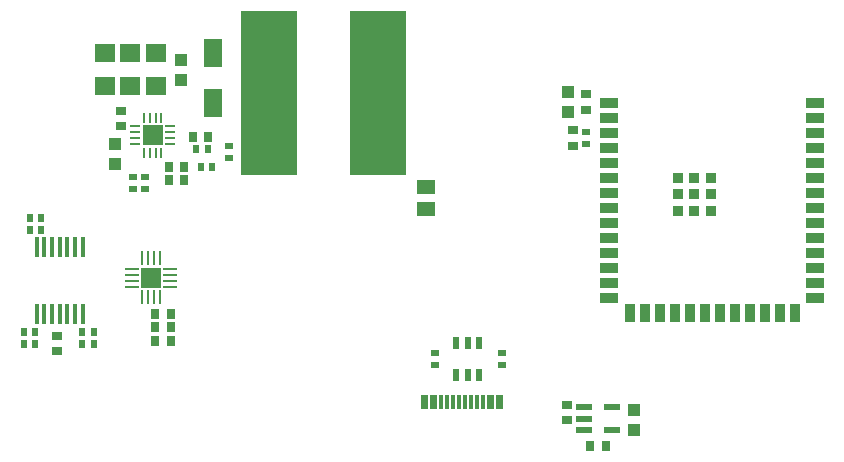
<source format=gbr>
G04 EAGLE Gerber RS-274X export*
G75*
%MOMM*%
%FSLAX34Y34*%
%LPD*%
%INSolderpaste Top*%
%IPPOS*%
%AMOC8*
5,1,8,0,0,1.08239X$1,22.5*%
G01*
%ADD10R,0.900000X0.700000*%
%ADD11R,0.700000X0.900000*%
%ADD12R,1.000000X1.100000*%
%ADD13R,0.355600X1.676400*%
%ADD14R,0.300000X1.150000*%
%ADD15R,0.600000X0.700000*%
%ADD16R,0.700000X0.600000*%
%ADD17R,0.558800X0.977900*%
%ADD18R,1.473200X0.558800*%
%ADD19R,1.154800X0.229200*%
%ADD20R,0.229200X1.154800*%
%ADD21R,1.800000X1.800000*%
%ADD22R,0.900000X0.900000*%
%ADD23R,1.500000X0.900000*%
%ADD24R,0.900000X1.500000*%
%ADD25R,1.550000X2.330000*%
%ADD26R,1.800000X1.600000*%
%ADD27R,4.749800X13.995400*%
%ADD28R,1.500000X1.300000*%
%ADD29R,0.812800X0.254000*%
%ADD30R,0.254000X0.812800*%
%ADD31R,1.752600X1.752600*%

G36*
X477047Y56687D02*
X477047Y56687D01*
X477042Y56694D01*
X477049Y56700D01*
X477049Y68200D01*
X477013Y68247D01*
X477006Y68242D01*
X477000Y68249D01*
X471000Y68249D01*
X470953Y68213D01*
X470958Y68206D01*
X470951Y68200D01*
X470951Y56700D01*
X470987Y56653D01*
X470994Y56658D01*
X471000Y56651D01*
X477000Y56651D01*
X477047Y56687D01*
G37*
G36*
X485047Y56687D02*
X485047Y56687D01*
X485042Y56694D01*
X485049Y56700D01*
X485049Y68200D01*
X485013Y68247D01*
X485006Y68242D01*
X485000Y68249D01*
X479000Y68249D01*
X478953Y68213D01*
X478958Y68206D01*
X478951Y68200D01*
X478951Y56700D01*
X478987Y56653D01*
X478994Y56658D01*
X479000Y56651D01*
X485000Y56651D01*
X485047Y56687D01*
G37*
G36*
X429047Y56687D02*
X429047Y56687D01*
X429042Y56694D01*
X429049Y56700D01*
X429049Y68200D01*
X429013Y68247D01*
X429006Y68242D01*
X429000Y68249D01*
X423000Y68249D01*
X422953Y68213D01*
X422958Y68206D01*
X422951Y68200D01*
X422951Y56700D01*
X422987Y56653D01*
X422994Y56658D01*
X423000Y56651D01*
X429000Y56651D01*
X429047Y56687D01*
G37*
G36*
X421047Y56687D02*
X421047Y56687D01*
X421042Y56694D01*
X421049Y56700D01*
X421049Y68200D01*
X421013Y68247D01*
X421006Y68242D01*
X421000Y68249D01*
X415000Y68249D01*
X414953Y68213D01*
X414958Y68206D01*
X414951Y68200D01*
X414951Y56700D01*
X414987Y56653D01*
X414994Y56658D01*
X415000Y56651D01*
X421000Y56651D01*
X421047Y56687D01*
G37*
D10*
X106680Y118260D03*
X106680Y105260D03*
D11*
X190350Y137160D03*
X203350Y137160D03*
D12*
X539750Y307730D03*
X539750Y324730D03*
D10*
X554990Y309730D03*
X554990Y322730D03*
X543560Y279250D03*
X543560Y292250D03*
D11*
X190350Y114300D03*
X203350Y114300D03*
D12*
X595630Y55490D03*
X595630Y38490D03*
D11*
X190350Y125730D03*
X203350Y125730D03*
D10*
X538480Y46840D03*
X538480Y59840D03*
D11*
X571650Y25400D03*
X558650Y25400D03*
D13*
X89720Y136906D03*
X96220Y136906D03*
X102720Y136906D03*
X109220Y136906D03*
X115720Y136906D03*
X122220Y136906D03*
X128720Y136906D03*
X128720Y193294D03*
X122220Y193294D03*
X115720Y193294D03*
X109220Y193294D03*
X102720Y193294D03*
X96220Y193294D03*
X89720Y193294D03*
D14*
X432500Y62450D03*
X437500Y62450D03*
X442500Y62450D03*
X447500Y62450D03*
X452500Y62450D03*
X457500Y62450D03*
X462500Y62450D03*
X467500Y62450D03*
D15*
X93900Y218440D03*
X83900Y218440D03*
D16*
X483870Y94060D03*
X483870Y104060D03*
X554990Y280750D03*
X554990Y290750D03*
D15*
X128350Y111760D03*
X138350Y111760D03*
X88820Y111760D03*
X78820Y111760D03*
X93900Y208280D03*
X83900Y208280D03*
X128350Y121920D03*
X138350Y121920D03*
X88820Y121920D03*
X78820Y121920D03*
D16*
X426720Y104060D03*
X426720Y94060D03*
D17*
X445160Y85408D03*
X454660Y85408D03*
X464160Y85408D03*
X464160Y112713D03*
X454660Y112713D03*
X445160Y112713D03*
D18*
X553212Y57760D03*
X553212Y48260D03*
X553212Y38760D03*
X577088Y38760D03*
X577088Y57760D03*
D19*
X170416Y175140D03*
X170416Y170140D03*
X170416Y165140D03*
X170416Y160140D03*
D20*
X179190Y151366D03*
X184190Y151366D03*
X189190Y151366D03*
X194190Y151366D03*
D19*
X202964Y160140D03*
X202964Y165140D03*
X202964Y170140D03*
X202964Y175140D03*
D20*
X194190Y183914D03*
X189190Y183914D03*
X184190Y183914D03*
X179190Y183914D03*
D21*
X186690Y167640D03*
D22*
X646670Y238290D03*
D23*
X574170Y315490D03*
D22*
X632670Y238290D03*
X660670Y238290D03*
X632670Y224290D03*
X646670Y224290D03*
X660670Y224290D03*
X632670Y252290D03*
X646670Y252290D03*
X660670Y252290D03*
D23*
X574170Y302790D03*
X574170Y290090D03*
X574170Y277390D03*
X574170Y264690D03*
X574170Y251990D03*
X574170Y239290D03*
X574170Y226590D03*
X574170Y213890D03*
X574170Y201190D03*
X574170Y188490D03*
X574170Y175790D03*
X574170Y163090D03*
X574170Y150390D03*
D24*
X591820Y137890D03*
D23*
X749170Y150390D03*
X749170Y163090D03*
X749170Y175790D03*
X749170Y188490D03*
X749170Y201190D03*
X749170Y213890D03*
X749170Y226590D03*
X749170Y239290D03*
X749170Y251990D03*
X749170Y264690D03*
X749170Y277390D03*
X749170Y290090D03*
X749170Y302790D03*
X749170Y315490D03*
D24*
X604520Y137890D03*
X617220Y137890D03*
X629920Y137890D03*
X642620Y137890D03*
X655320Y137890D03*
X668020Y137890D03*
X680720Y137890D03*
X693420Y137890D03*
X706120Y137890D03*
X718820Y137890D03*
X731520Y137890D03*
D11*
X214780Y261620D03*
X201780Y261620D03*
X214780Y250190D03*
X201780Y250190D03*
D15*
X228680Y261620D03*
X238680Y261620D03*
D11*
X235100Y287020D03*
X222100Y287020D03*
D16*
X171450Y252650D03*
X171450Y242650D03*
D25*
X238760Y357900D03*
X238760Y315200D03*
D16*
X252730Y269320D03*
X252730Y279320D03*
D15*
X224870Y276860D03*
X234870Y276860D03*
D26*
X190500Y330140D03*
X190500Y358140D03*
D12*
X212090Y334790D03*
X212090Y351790D03*
D27*
X286512Y323850D03*
X378968Y323850D03*
D12*
X156210Y263670D03*
X156210Y280670D03*
D10*
X161290Y308760D03*
X161290Y295760D03*
D26*
X168910Y330140D03*
X168910Y358140D03*
X147320Y330140D03*
X147320Y358140D03*
D28*
X419100Y225450D03*
X419100Y244450D03*
D29*
X173228Y295792D03*
X173228Y290791D03*
X173228Y285789D03*
X173228Y280788D03*
D30*
X180458Y273558D03*
X185459Y273558D03*
X190461Y273558D03*
X195462Y273558D03*
D29*
X202692Y280788D03*
X202692Y285789D03*
X202692Y290791D03*
X202692Y295792D03*
D30*
X195462Y303022D03*
X190461Y303022D03*
X185459Y303022D03*
X180458Y303022D03*
D31*
X187960Y288290D03*
D16*
X181610Y252650D03*
X181610Y242650D03*
M02*

</source>
